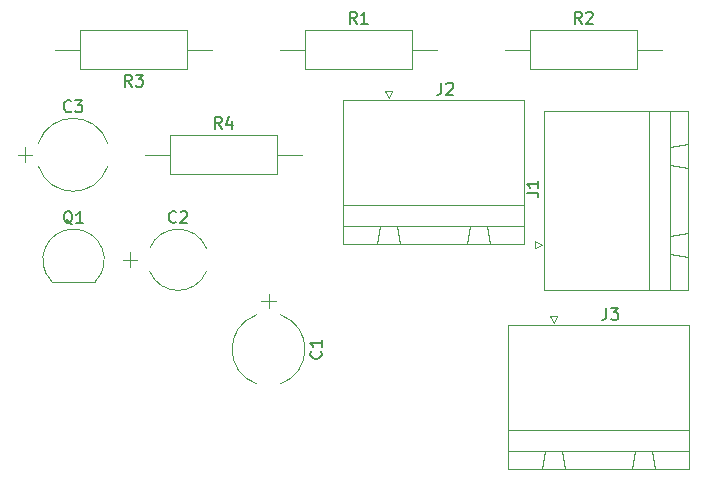
<source format=gbr>
G04 #@! TF.FileFunction,Legend,Top*
%FSLAX46Y46*%
G04 Gerber Fmt 4.6, Leading zero omitted, Abs format (unit mm)*
G04 Created by KiCad (PCBNEW 4.0.6) date 05/24/17 23:06:32*
%MOMM*%
%LPD*%
G01*
G04 APERTURE LIST*
%ADD10C,0.100000*%
%ADD11C,0.120000*%
%ADD12C,0.150000*%
G04 APERTURE END LIST*
D10*
D11*
X161000943Y-81630162D02*
G75*
G03X161000000Y-75769522I-980943J2930162D01*
G01*
X159039057Y-81630162D02*
G75*
G02X159040000Y-75769522I980943J2930162D01*
G01*
X160020000Y-74000000D02*
X160020000Y-75200000D01*
X160670000Y-74600000D02*
X159370000Y-74600000D01*
X154756863Y-70138600D02*
G75*
G03X149962564Y-70140000I-2396863J-981400D01*
G01*
X154756863Y-72101400D02*
G75*
G02X149962564Y-72100000I-2396863J981400D01*
G01*
X147660000Y-71120000D02*
X148860000Y-71120000D01*
X148260000Y-70470000D02*
X148260000Y-71770000D01*
X146400162Y-61249057D02*
G75*
G03X140539522Y-61250000I-2930162J-980943D01*
G01*
X146400162Y-63210943D02*
G75*
G02X140539522Y-63210000I-2930162J980943D01*
G01*
X138770000Y-62230000D02*
X139970000Y-62230000D01*
X139370000Y-61580000D02*
X139370000Y-62880000D01*
X183340000Y-73680000D02*
X195500000Y-73680000D01*
X195500000Y-73680000D02*
X195500000Y-58520000D01*
X195500000Y-58520000D02*
X183340000Y-58520000D01*
X183340000Y-58520000D02*
X183340000Y-73680000D01*
X194000000Y-73680000D02*
X192200000Y-73680000D01*
X192200000Y-73680000D02*
X192200000Y-58520000D01*
X192200000Y-58520000D02*
X194000000Y-58520000D01*
X194000000Y-58520000D02*
X194000000Y-73680000D01*
X195500000Y-70850000D02*
X195500000Y-68850000D01*
X195500000Y-68850000D02*
X194000000Y-69100000D01*
X194000000Y-69100000D02*
X194000000Y-70600000D01*
X194000000Y-70600000D02*
X195500000Y-70850000D01*
X195500000Y-63350000D02*
X195500000Y-61350000D01*
X195500000Y-61350000D02*
X194000000Y-61600000D01*
X194000000Y-61600000D02*
X194000000Y-63100000D01*
X194000000Y-63100000D02*
X195500000Y-63350000D01*
X182540000Y-69550000D02*
X183140000Y-69850000D01*
X183140000Y-69850000D02*
X182540000Y-70150000D01*
X182540000Y-70150000D02*
X182540000Y-69550000D01*
X166290000Y-57610000D02*
X166290000Y-69770000D01*
X166290000Y-69770000D02*
X181690000Y-69770000D01*
X181690000Y-69770000D02*
X181690000Y-57610000D01*
X181690000Y-57610000D02*
X166290000Y-57610000D01*
X166290000Y-68270000D02*
X166290000Y-66470000D01*
X166290000Y-66470000D02*
X181690000Y-66470000D01*
X181690000Y-66470000D02*
X181690000Y-68270000D01*
X181690000Y-68270000D02*
X166290000Y-68270000D01*
X169180000Y-69770000D02*
X171180000Y-69770000D01*
X171180000Y-69770000D02*
X170930000Y-68270000D01*
X170930000Y-68270000D02*
X169430000Y-68270000D01*
X169430000Y-68270000D02*
X169180000Y-69770000D01*
X176800000Y-69770000D02*
X178800000Y-69770000D01*
X178800000Y-69770000D02*
X178550000Y-68270000D01*
X178550000Y-68270000D02*
X177050000Y-68270000D01*
X177050000Y-68270000D02*
X176800000Y-69770000D01*
X170480000Y-56810000D02*
X170180000Y-57410000D01*
X170180000Y-57410000D02*
X169880000Y-56810000D01*
X169880000Y-56810000D02*
X170480000Y-56810000D01*
X141710000Y-72970000D02*
X145310000Y-72970000D01*
X141671522Y-72958478D02*
G75*
G02X143510000Y-68520000I1838478J1838478D01*
G01*
X145348478Y-72958478D02*
G75*
G03X143510000Y-68520000I-1838478J1838478D01*
G01*
X163080000Y-51680000D02*
X163080000Y-55000000D01*
X163080000Y-55000000D02*
X172200000Y-55000000D01*
X172200000Y-55000000D02*
X172200000Y-51680000D01*
X172200000Y-51680000D02*
X163080000Y-51680000D01*
X161000000Y-53340000D02*
X163080000Y-53340000D01*
X174280000Y-53340000D02*
X172200000Y-53340000D01*
X182130000Y-51680000D02*
X182130000Y-55000000D01*
X182130000Y-55000000D02*
X191250000Y-55000000D01*
X191250000Y-55000000D02*
X191250000Y-51680000D01*
X191250000Y-51680000D02*
X182130000Y-51680000D01*
X180050000Y-53340000D02*
X182130000Y-53340000D01*
X193330000Y-53340000D02*
X191250000Y-53340000D01*
X153150000Y-55000000D02*
X153150000Y-51680000D01*
X153150000Y-51680000D02*
X144030000Y-51680000D01*
X144030000Y-51680000D02*
X144030000Y-55000000D01*
X144030000Y-55000000D02*
X153150000Y-55000000D01*
X155230000Y-53340000D02*
X153150000Y-53340000D01*
X141950000Y-53340000D02*
X144030000Y-53340000D01*
X151650000Y-60570000D02*
X151650000Y-63890000D01*
X151650000Y-63890000D02*
X160770000Y-63890000D01*
X160770000Y-63890000D02*
X160770000Y-60570000D01*
X160770000Y-60570000D02*
X151650000Y-60570000D01*
X149570000Y-62230000D02*
X151650000Y-62230000D01*
X162850000Y-62230000D02*
X160770000Y-62230000D01*
X180260000Y-76660000D02*
X180260000Y-88820000D01*
X180260000Y-88820000D02*
X195660000Y-88820000D01*
X195660000Y-88820000D02*
X195660000Y-76660000D01*
X195660000Y-76660000D02*
X180260000Y-76660000D01*
X180260000Y-87320000D02*
X180260000Y-85520000D01*
X180260000Y-85520000D02*
X195660000Y-85520000D01*
X195660000Y-85520000D02*
X195660000Y-87320000D01*
X195660000Y-87320000D02*
X180260000Y-87320000D01*
X183150000Y-88820000D02*
X185150000Y-88820000D01*
X185150000Y-88820000D02*
X184900000Y-87320000D01*
X184900000Y-87320000D02*
X183400000Y-87320000D01*
X183400000Y-87320000D02*
X183150000Y-88820000D01*
X190770000Y-88820000D02*
X192770000Y-88820000D01*
X192770000Y-88820000D02*
X192520000Y-87320000D01*
X192520000Y-87320000D02*
X191020000Y-87320000D01*
X191020000Y-87320000D02*
X190770000Y-88820000D01*
X184450000Y-75860000D02*
X184150000Y-76460000D01*
X184150000Y-76460000D02*
X183850000Y-75860000D01*
X183850000Y-75860000D02*
X184450000Y-75860000D01*
D12*
X164437143Y-78866666D02*
X164484762Y-78914285D01*
X164532381Y-79057142D01*
X164532381Y-79152380D01*
X164484762Y-79295238D01*
X164389524Y-79390476D01*
X164294286Y-79438095D01*
X164103810Y-79485714D01*
X163960952Y-79485714D01*
X163770476Y-79438095D01*
X163675238Y-79390476D01*
X163580000Y-79295238D01*
X163532381Y-79152380D01*
X163532381Y-79057142D01*
X163580000Y-78914285D01*
X163627619Y-78866666D01*
X164532381Y-77914285D02*
X164532381Y-78485714D01*
X164532381Y-78200000D02*
X163532381Y-78200000D01*
X163675238Y-78295238D01*
X163770476Y-78390476D01*
X163818095Y-78485714D01*
X152193334Y-67917143D02*
X152145715Y-67964762D01*
X152002858Y-68012381D01*
X151907620Y-68012381D01*
X151764762Y-67964762D01*
X151669524Y-67869524D01*
X151621905Y-67774286D01*
X151574286Y-67583810D01*
X151574286Y-67440952D01*
X151621905Y-67250476D01*
X151669524Y-67155238D01*
X151764762Y-67060000D01*
X151907620Y-67012381D01*
X152002858Y-67012381D01*
X152145715Y-67060000D01*
X152193334Y-67107619D01*
X152574286Y-67107619D02*
X152621905Y-67060000D01*
X152717143Y-67012381D01*
X152955239Y-67012381D01*
X153050477Y-67060000D01*
X153098096Y-67107619D01*
X153145715Y-67202857D01*
X153145715Y-67298095D01*
X153098096Y-67440952D01*
X152526667Y-68012381D01*
X153145715Y-68012381D01*
X143303334Y-58527143D02*
X143255715Y-58574762D01*
X143112858Y-58622381D01*
X143017620Y-58622381D01*
X142874762Y-58574762D01*
X142779524Y-58479524D01*
X142731905Y-58384286D01*
X142684286Y-58193810D01*
X142684286Y-58050952D01*
X142731905Y-57860476D01*
X142779524Y-57765238D01*
X142874762Y-57670000D01*
X143017620Y-57622381D01*
X143112858Y-57622381D01*
X143255715Y-57670000D01*
X143303334Y-57717619D01*
X143636667Y-57622381D02*
X144255715Y-57622381D01*
X143922381Y-58003333D01*
X144065239Y-58003333D01*
X144160477Y-58050952D01*
X144208096Y-58098571D01*
X144255715Y-58193810D01*
X144255715Y-58431905D01*
X144208096Y-58527143D01*
X144160477Y-58574762D01*
X144065239Y-58622381D01*
X143779524Y-58622381D01*
X143684286Y-58574762D01*
X143636667Y-58527143D01*
X181872381Y-65433333D02*
X182586667Y-65433333D01*
X182729524Y-65480953D01*
X182824762Y-65576191D01*
X182872381Y-65719048D01*
X182872381Y-65814286D01*
X182872381Y-64433333D02*
X182872381Y-65004762D01*
X182872381Y-64719048D02*
X181872381Y-64719048D01*
X182015238Y-64814286D01*
X182110476Y-64909524D01*
X182158095Y-65004762D01*
X174656667Y-56142381D02*
X174656667Y-56856667D01*
X174609047Y-56999524D01*
X174513809Y-57094762D01*
X174370952Y-57142381D01*
X174275714Y-57142381D01*
X175085238Y-56237619D02*
X175132857Y-56190000D01*
X175228095Y-56142381D01*
X175466191Y-56142381D01*
X175561429Y-56190000D01*
X175609048Y-56237619D01*
X175656667Y-56332857D01*
X175656667Y-56428095D01*
X175609048Y-56570952D01*
X175037619Y-57142381D01*
X175656667Y-57142381D01*
X143414762Y-68107619D02*
X143319524Y-68060000D01*
X143224286Y-67964762D01*
X143081429Y-67821905D01*
X142986190Y-67774286D01*
X142890952Y-67774286D01*
X142938571Y-68012381D02*
X142843333Y-67964762D01*
X142748095Y-67869524D01*
X142700476Y-67679048D01*
X142700476Y-67345714D01*
X142748095Y-67155238D01*
X142843333Y-67060000D01*
X142938571Y-67012381D01*
X143129048Y-67012381D01*
X143224286Y-67060000D01*
X143319524Y-67155238D01*
X143367143Y-67345714D01*
X143367143Y-67679048D01*
X143319524Y-67869524D01*
X143224286Y-67964762D01*
X143129048Y-68012381D01*
X142938571Y-68012381D01*
X144319524Y-68012381D02*
X143748095Y-68012381D01*
X144033809Y-68012381D02*
X144033809Y-67012381D01*
X143938571Y-67155238D01*
X143843333Y-67250476D01*
X143748095Y-67298095D01*
X167473334Y-51132381D02*
X167140000Y-50656190D01*
X166901905Y-51132381D02*
X166901905Y-50132381D01*
X167282858Y-50132381D01*
X167378096Y-50180000D01*
X167425715Y-50227619D01*
X167473334Y-50322857D01*
X167473334Y-50465714D01*
X167425715Y-50560952D01*
X167378096Y-50608571D01*
X167282858Y-50656190D01*
X166901905Y-50656190D01*
X168425715Y-51132381D02*
X167854286Y-51132381D01*
X168140000Y-51132381D02*
X168140000Y-50132381D01*
X168044762Y-50275238D01*
X167949524Y-50370476D01*
X167854286Y-50418095D01*
X186523334Y-51132381D02*
X186190000Y-50656190D01*
X185951905Y-51132381D02*
X185951905Y-50132381D01*
X186332858Y-50132381D01*
X186428096Y-50180000D01*
X186475715Y-50227619D01*
X186523334Y-50322857D01*
X186523334Y-50465714D01*
X186475715Y-50560952D01*
X186428096Y-50608571D01*
X186332858Y-50656190D01*
X185951905Y-50656190D01*
X186904286Y-50227619D02*
X186951905Y-50180000D01*
X187047143Y-50132381D01*
X187285239Y-50132381D01*
X187380477Y-50180000D01*
X187428096Y-50227619D01*
X187475715Y-50322857D01*
X187475715Y-50418095D01*
X187428096Y-50560952D01*
X186856667Y-51132381D01*
X187475715Y-51132381D01*
X148423334Y-56452381D02*
X148090000Y-55976190D01*
X147851905Y-56452381D02*
X147851905Y-55452381D01*
X148232858Y-55452381D01*
X148328096Y-55500000D01*
X148375715Y-55547619D01*
X148423334Y-55642857D01*
X148423334Y-55785714D01*
X148375715Y-55880952D01*
X148328096Y-55928571D01*
X148232858Y-55976190D01*
X147851905Y-55976190D01*
X148756667Y-55452381D02*
X149375715Y-55452381D01*
X149042381Y-55833333D01*
X149185239Y-55833333D01*
X149280477Y-55880952D01*
X149328096Y-55928571D01*
X149375715Y-56023810D01*
X149375715Y-56261905D01*
X149328096Y-56357143D01*
X149280477Y-56404762D01*
X149185239Y-56452381D01*
X148899524Y-56452381D01*
X148804286Y-56404762D01*
X148756667Y-56357143D01*
X156043334Y-60022381D02*
X155710000Y-59546190D01*
X155471905Y-60022381D02*
X155471905Y-59022381D01*
X155852858Y-59022381D01*
X155948096Y-59070000D01*
X155995715Y-59117619D01*
X156043334Y-59212857D01*
X156043334Y-59355714D01*
X155995715Y-59450952D01*
X155948096Y-59498571D01*
X155852858Y-59546190D01*
X155471905Y-59546190D01*
X156900477Y-59355714D02*
X156900477Y-60022381D01*
X156662381Y-58974762D02*
X156424286Y-59689048D01*
X157043334Y-59689048D01*
X188626667Y-75192381D02*
X188626667Y-75906667D01*
X188579047Y-76049524D01*
X188483809Y-76144762D01*
X188340952Y-76192381D01*
X188245714Y-76192381D01*
X189007619Y-75192381D02*
X189626667Y-75192381D01*
X189293333Y-75573333D01*
X189436191Y-75573333D01*
X189531429Y-75620952D01*
X189579048Y-75668571D01*
X189626667Y-75763810D01*
X189626667Y-76001905D01*
X189579048Y-76097143D01*
X189531429Y-76144762D01*
X189436191Y-76192381D01*
X189150476Y-76192381D01*
X189055238Y-76144762D01*
X189007619Y-76097143D01*
M02*

</source>
